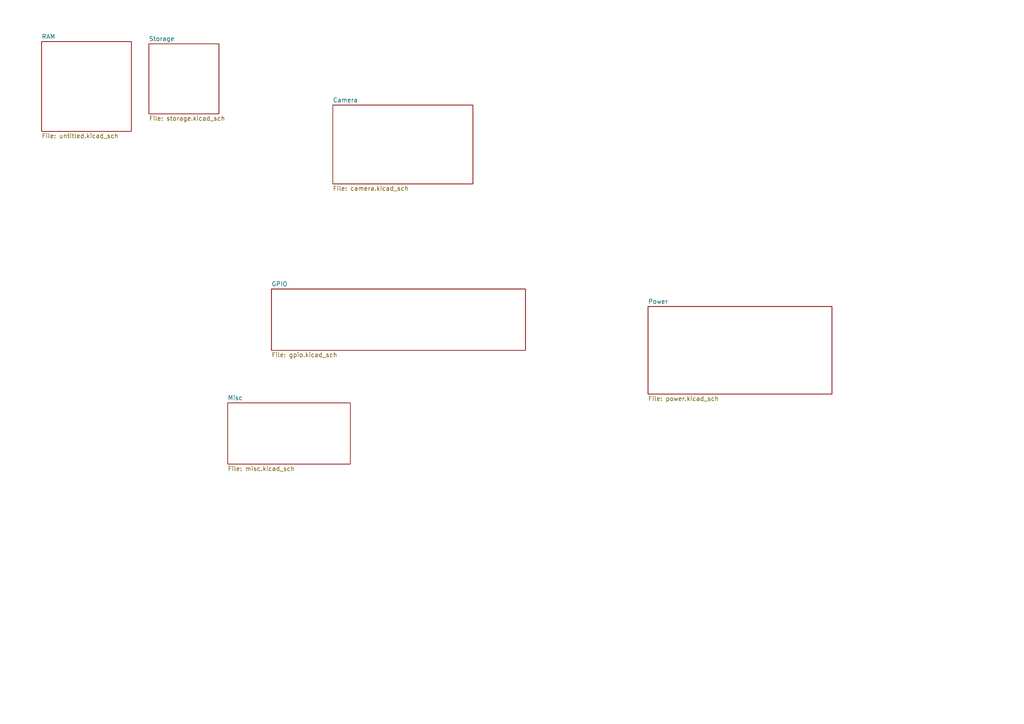
<source format=kicad_sch>
(kicad_sch
	(version 20250114)
	(generator "eeschema")
	(generator_version "9.0")
	(uuid "162c5a9c-1e99-4dd0-95df-e63e36263ff0")
	(paper "A4")
	(lib_symbols)
	(sheet
		(at 187.96 88.9)
		(size 53.34 25.4)
		(exclude_from_sim no)
		(in_bom yes)
		(on_board yes)
		(dnp no)
		(fields_autoplaced yes)
		(stroke
			(width 0.1524)
			(type solid)
		)
		(fill
			(color 0 0 0 0.0000)
		)
		(uuid "22656d56-c6fe-4939-954d-44feddb60cce")
		(property "Sheetname" "Power"
			(at 187.96 88.1884 0)
			(effects
				(font
					(size 1.27 1.27)
				)
				(justify left bottom)
			)
		)
		(property "Sheetfile" "power.kicad_sch"
			(at 187.96 114.8846 0)
			(effects
				(font
					(size 1.27 1.27)
				)
				(justify left top)
			)
		)
		(instances
			(project "orangelight"
				(path "/162c5a9c-1e99-4dd0-95df-e63e36263ff0"
					(page "6")
				)
			)
		)
	)
	(sheet
		(at 12.065 12.065)
		(size 26.035 26.035)
		(exclude_from_sim no)
		(in_bom yes)
		(on_board yes)
		(dnp no)
		(fields_autoplaced yes)
		(stroke
			(width 0.1524)
			(type solid)
		)
		(fill
			(color 0 0 0 0.0000)
		)
		(uuid "260c0f33-5347-43a7-89e3-5c53038a067c")
		(property "Sheetname" "RAM"
			(at 12.065 11.3534 0)
			(effects
				(font
					(size 1.27 1.27)
				)
				(justify left bottom)
			)
		)
		(property "Sheetfile" "untitled.kicad_sch"
			(at 12.065 38.6846 0)
			(effects
				(font
					(size 1.27 1.27)
				)
				(justify left top)
			)
		)
		(instances
			(project "orangelight"
				(path "/162c5a9c-1e99-4dd0-95df-e63e36263ff0"
					(page "2")
				)
			)
		)
	)
	(sheet
		(at 43.18 12.7)
		(size 20.32 20.32)
		(exclude_from_sim no)
		(in_bom yes)
		(on_board yes)
		(dnp no)
		(fields_autoplaced yes)
		(stroke
			(width 0.1524)
			(type solid)
		)
		(fill
			(color 0 0 0 0.0000)
		)
		(uuid "add522a8-4442-49ad-a251-27c0a7c1713e")
		(property "Sheetname" "Storage"
			(at 43.18 11.9884 0)
			(effects
				(font
					(size 1.27 1.27)
				)
				(justify left bottom)
			)
		)
		(property "Sheetfile" "storage.kicad_sch"
			(at 43.18 33.6046 0)
			(effects
				(font
					(size 1.27 1.27)
				)
				(justify left top)
			)
		)
		(instances
			(project "orangelight"
				(path "/162c5a9c-1e99-4dd0-95df-e63e36263ff0"
					(page "3")
				)
			)
		)
	)
	(sheet
		(at 96.52 30.48)
		(size 40.64 22.86)
		(exclude_from_sim no)
		(in_bom yes)
		(on_board yes)
		(dnp no)
		(fields_autoplaced yes)
		(stroke
			(width 0.1524)
			(type solid)
		)
		(fill
			(color 0 0 0 0.0000)
		)
		(uuid "c8dbdc8f-f53b-4405-88d8-7ad59d13e2bf")
		(property "Sheetname" "Camera"
			(at 96.52 29.7684 0)
			(effects
				(font
					(size 1.27 1.27)
				)
				(justify left bottom)
			)
		)
		(property "Sheetfile" "camera.kicad_sch"
			(at 96.52 53.9246 0)
			(effects
				(font
					(size 1.27 1.27)
				)
				(justify left top)
			)
		)
		(instances
			(project "orangelight"
				(path "/162c5a9c-1e99-4dd0-95df-e63e36263ff0"
					(page "4")
				)
			)
		)
	)
	(sheet
		(at 78.74 83.82)
		(size 73.66 17.78)
		(exclude_from_sim no)
		(in_bom yes)
		(on_board yes)
		(dnp no)
		(fields_autoplaced yes)
		(stroke
			(width 0.1524)
			(type solid)
		)
		(fill
			(color 0 0 0 0.0000)
		)
		(uuid "e369f875-e64c-49f3-a47c-b166ee05c6b2")
		(property "Sheetname" "GPIO"
			(at 78.74 83.1084 0)
			(effects
				(font
					(size 1.27 1.27)
				)
				(justify left bottom)
			)
		)
		(property "Sheetfile" "gpio.kicad_sch"
			(at 78.74 102.1846 0)
			(effects
				(font
					(size 1.27 1.27)
				)
				(justify left top)
			)
		)
		(instances
			(project "orangelight"
				(path "/162c5a9c-1e99-4dd0-95df-e63e36263ff0"
					(page "5")
				)
			)
		)
	)
	(sheet
		(at 66.04 116.84)
		(size 35.56 17.78)
		(exclude_from_sim no)
		(in_bom yes)
		(on_board yes)
		(dnp no)
		(fields_autoplaced yes)
		(stroke
			(width 0.1524)
			(type solid)
		)
		(fill
			(color 0 0 0 0.0000)
		)
		(uuid "f7ff160e-8568-4505-a6c1-180ade093d2e")
		(property "Sheetname" "Misc"
			(at 66.04 116.1284 0)
			(effects
				(font
					(size 1.27 1.27)
				)
				(justify left bottom)
			)
		)
		(property "Sheetfile" "misc.kicad_sch"
			(at 66.04 135.2046 0)
			(effects
				(font
					(size 1.27 1.27)
				)
				(justify left top)
			)
		)
		(instances
			(project "orangelight"
				(path "/162c5a9c-1e99-4dd0-95df-e63e36263ff0"
					(page "7")
				)
			)
		)
	)
	(sheet_instances
		(path "/"
			(page "1")
		)
	)
	(embedded_fonts no)
)

</source>
